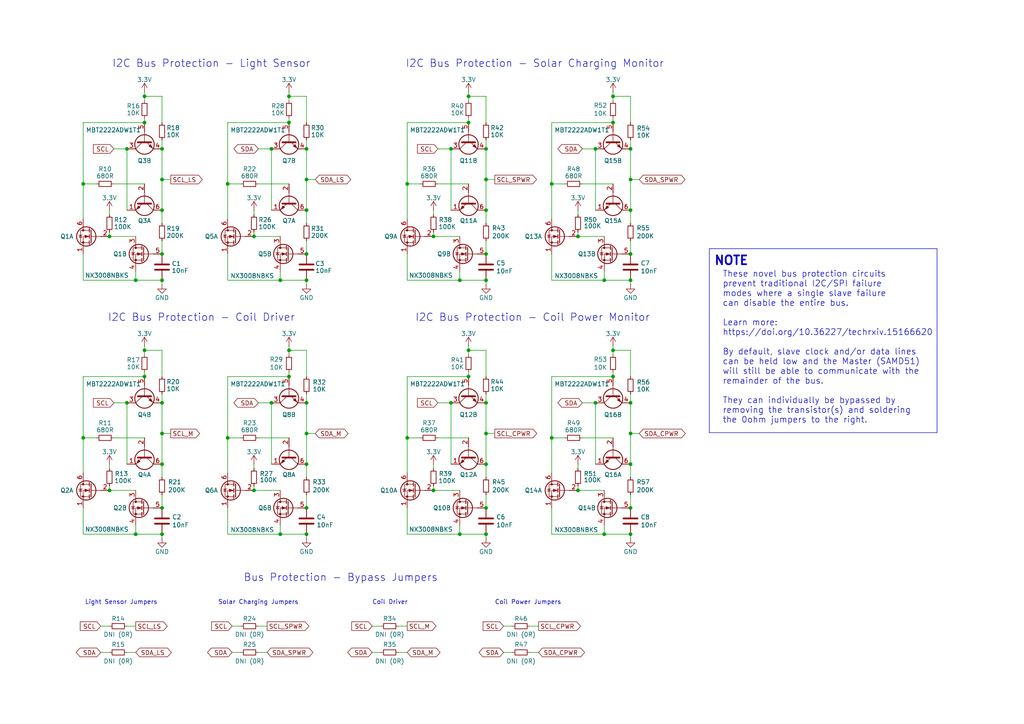
<source format=kicad_sch>
(kicad_sch (version 20231120) (generator "eeschema") (generator_version "8.0")
  (paper "A4")
  (junction (at 66.04 53.34))
  (junction (at 140.97 43.18))
  (junction (at 140.97 116.84))
  (junction (at 46.99 73.66))
  (junction (at 36.83 43.18))
  (junction (at 135.89 109.22))
  (junction (at 135.89 35.56))
  (junction (at 182.88 81.28))
  (junction (at 36.83 116.84))
  (junction (at 160.02 53.34))
  (junction (at 46.99 52.07))
  (junction (at 172.72 43.18))
  (junction (at 41.91 109.22))
  (junction (at 135.89 27.94))
  (junction (at 39.37 154.94))
  (junction (at 88.9 116.84))
  (junction (at 24.13 53.34))
  (junction (at 46.99 116.84))
  (junction (at 83.82 27.94))
  (junction (at 130.81 116.84))
  (junction (at 140.97 147.32))
  (junction (at 177.8 101.6))
  (junction (at 175.26 81.28))
  (junction (at 118.11 53.34))
  (junction (at 83.82 101.6))
  (junction (at 41.91 35.56))
  (junction (at 140.97 60.96))
  (junction (at 24.13 127))
  (junction (at 31.75 142.24))
  (junction (at 73.66 142.24))
  (junction (at 88.9 60.96))
  (junction (at 182.88 116.84))
  (junction (at 160.02 127))
  (junction (at 66.04 127))
  (junction (at 39.37 81.28))
  (junction (at 88.9 147.32))
  (junction (at 88.9 81.28))
  (junction (at 118.11 127))
  (junction (at 177.8 35.56))
  (junction (at 88.9 73.66))
  (junction (at 167.64 68.58))
  (junction (at 182.88 134.62))
  (junction (at 133.35 154.94))
  (junction (at 83.82 35.56))
  (junction (at 78.74 43.18))
  (junction (at 46.99 60.96))
  (junction (at 140.97 134.62))
  (junction (at 172.72 116.84))
  (junction (at 140.97 154.94))
  (junction (at 177.8 109.22))
  (junction (at 41.91 101.6))
  (junction (at 88.9 43.18))
  (junction (at 88.9 125.73))
  (junction (at 81.28 81.28))
  (junction (at 182.88 52.07))
  (junction (at 140.97 125.73))
  (junction (at 182.88 43.18))
  (junction (at 46.99 125.73))
  (junction (at 88.9 52.07))
  (junction (at 140.97 52.07))
  (junction (at 182.88 154.94))
  (junction (at 133.35 81.28))
  (junction (at 130.81 43.18))
  (junction (at 182.88 73.66))
  (junction (at 41.91 27.94))
  (junction (at 31.75 68.58))
  (junction (at 46.99 134.62))
  (junction (at 81.28 154.94))
  (junction (at 88.9 134.62))
  (junction (at 88.9 154.94))
  (junction (at 182.88 125.73))
  (junction (at 140.97 73.66))
  (junction (at 125.73 142.24))
  (junction (at 46.99 43.18))
  (junction (at 175.26 154.94))
  (junction (at 46.99 147.32))
  (junction (at 167.64 142.24))
  (junction (at 177.8 27.94))
  (junction (at 46.99 154.94))
  (junction (at 182.88 147.32))
  (junction (at 135.89 101.6))
  (junction (at 83.82 109.22))
  (junction (at 140.97 81.28))
  (junction (at 78.74 116.84))
  (junction (at 125.73 68.58))
  (junction (at 182.88 60.96))
  (junction (at 73.66 68.58))
  (junction (at 46.99 81.28))
  (wire (pts (xy 49.53 52.07) (xy 46.99 52.07)))
  (wire (pts (xy 160.02 53.34) (xy 163.83 53.34)))
  (wire (pts (xy 125.73 140.97) (xy 125.73 142.24)))
  (wire (pts (xy 153.67 189.23) (xy 156.21 189.23)))
  (wire (pts (xy 24.13 53.34) (xy 27.94 53.34)))
  (wire (pts (xy 182.88 27.94) (xy 177.8 27.94)))
  (wire (pts (xy 135.89 101.6) (xy 135.89 102.87)))
  (wire (pts (xy 39.37 152.4) (xy 39.37 154.94)))
  (wire (pts (xy 140.97 114.3) (xy 140.97 116.84)))
  (wire (pts (xy 118.11 53.34) (xy 118.11 35.56)))
  (wire (pts (xy 39.37 81.28) (xy 46.99 81.28)))
  (wire (pts (xy 91.44 52.07) (xy 88.9 52.07)))
  (wire (pts (xy 182.88 40.64) (xy 182.88 43.18)))
  (wire (pts (xy 115.57 189.23) (xy 118.11 189.23)))
  (wire (pts (xy 135.89 26.67) (xy 135.89 27.94)))
  (wire (pts (xy 88.9 101.6) (xy 88.9 109.22)))
  (wire (pts (xy 146.05 189.23) (xy 148.59 189.23)))
  (wire (pts (xy 74.93 43.18) (xy 78.74 43.18)))
  (wire (pts (xy 185.42 125.73) (xy 182.88 125.73)))
  (wire (pts (xy 24.13 73.66) (xy 24.13 81.28)))
  (wire (pts (xy 24.13 81.28) (xy 39.37 81.28)))
  (wire (pts (xy 78.74 43.18) (xy 78.74 60.96)))
  (wire (pts (xy 74.93 189.23) (xy 77.47 189.23)))
  (wire (pts (xy 118.11 63.5) (xy 118.11 53.34)))
  (wire (pts (xy 133.35 154.94) (xy 140.97 154.94)))
  (wire (pts (xy 177.8 107.95) (xy 177.8 109.22)))
  (wire (pts (xy 81.28 81.28) (xy 88.9 81.28)))
  (wire (pts (xy 135.89 34.29) (xy 135.89 35.56)))
  (wire (pts (xy 127 116.84) (xy 130.81 116.84)))
  (wire (pts (xy 66.04 147.32) (xy 66.04 154.94)))
  (wire (pts (xy 182.88 69.85) (xy 182.88 73.66)))
  (wire (pts (xy 46.99 101.6) (xy 46.99 109.22)))
  (wire (pts (xy 168.91 53.34) (xy 177.8 53.34)))
  (wire (pts (xy 36.83 189.23) (xy 39.37 189.23)))
  (wire (pts (xy 140.97 60.96) (xy 140.97 52.07)))
  (wire (pts (xy 153.67 181.61) (xy 156.21 181.61)))
  (wire (pts (xy 88.9 40.64) (xy 88.9 43.18)))
  (wire (pts (xy 160.02 127) (xy 160.02 109.22)))
  (wire (pts (xy 83.82 34.29) (xy 83.82 35.56)))
  (polyline (pts (xy 271.78 125.476) (xy 271.78 72.136)))
  (wire (pts (xy 36.83 181.61) (xy 39.37 181.61)))
  (wire (pts (xy 73.66 140.97) (xy 73.66 142.24)))
  (wire (pts (xy 83.82 100.33) (xy 83.82 101.6)))
  (wire (pts (xy 182.88 101.6) (xy 182.88 109.22)))
  (wire (pts (xy 140.97 27.94) (xy 135.89 27.94)))
  (wire (pts (xy 140.97 101.6) (xy 140.97 109.22)))
  (wire (pts (xy 66.04 53.34) (xy 69.85 53.34)))
  (wire (pts (xy 146.05 181.61) (xy 148.59 181.61)))
  (wire (pts (xy 66.04 127) (xy 66.04 109.22)))
  (wire (pts (xy 127 43.18) (xy 130.81 43.18)))
  (wire (pts (xy 66.04 35.56) (xy 83.82 35.56)))
  (wire (pts (xy 143.51 125.73) (xy 140.97 125.73)))
  (wire (pts (xy 66.04 73.66) (xy 66.04 81.28)))
  (wire (pts (xy 175.26 154.94) (xy 182.88 154.94)))
  (polyline (pts (xy 205.74 72.136) (xy 205.74 125.476)))
  (wire (pts (xy 125.73 68.58) (xy 133.35 68.58)))
  (wire (pts (xy 118.11 35.56) (xy 135.89 35.56)))
  (wire (pts (xy 177.8 26.67) (xy 177.8 27.94)))
  (wire (pts (xy 167.64 68.58) (xy 175.26 68.58)))
  (wire (pts (xy 167.64 134.62) (xy 167.64 135.89)))
  (wire (pts (xy 24.13 154.94) (xy 39.37 154.94)))
  (wire (pts (xy 88.9 101.6) (xy 83.82 101.6)))
  (wire (pts (xy 127 127) (xy 135.89 127)))
  (wire (pts (xy 39.37 154.94) (xy 46.99 154.94)))
  (wire (pts (xy 73.66 134.62) (xy 73.66 135.89)))
  (wire (pts (xy 46.99 69.85) (xy 46.99 73.66)))
  (wire (pts (xy 24.13 137.16) (xy 24.13 127)))
  (wire (pts (xy 172.72 116.84) (xy 172.72 134.62)))
  (wire (pts (xy 140.97 69.85) (xy 140.97 73.66)))
  (polyline (pts (xy 271.78 72.136) (xy 205.74 72.136)))
  (wire (pts (xy 78.74 116.84) (xy 78.74 134.62)))
  (wire (pts (xy 67.31 189.23) (xy 69.85 189.23)))
  (wire (pts (xy 107.95 181.61) (xy 110.49 181.61)))
  (wire (pts (xy 74.93 116.84) (xy 78.74 116.84)))
  (wire (pts (xy 29.21 181.61) (xy 31.75 181.61)))
  (wire (pts (xy 46.99 134.62) (xy 46.99 125.73)))
  (wire (pts (xy 118.11 81.28) (xy 133.35 81.28)))
  (wire (pts (xy 140.97 143.51) (xy 140.97 147.32)))
  (wire (pts (xy 167.64 60.96) (xy 167.64 62.23)))
  (wire (pts (xy 41.91 27.94) (xy 41.91 29.21)))
  (wire (pts (xy 140.97 101.6) (xy 135.89 101.6)))
  (wire (pts (xy 67.31 181.61) (xy 69.85 181.61)))
  (wire (pts (xy 140.97 52.07) (xy 140.97 43.18)))
  (wire (pts (xy 66.04 127) (xy 69.85 127)))
  (wire (pts (xy 133.35 152.4) (xy 133.35 154.94)))
  (wire (pts (xy 118.11 73.66) (xy 118.11 81.28)))
  (wire (pts (xy 185.42 52.07) (xy 182.88 52.07)))
  (wire (pts (xy 66.04 53.34) (xy 66.04 35.56)))
  (wire (pts (xy 140.97 60.96) (xy 140.97 64.77)))
  (wire (pts (xy 31.75 68.58) (xy 39.37 68.58)))
  (wire (pts (xy 140.97 134.62) (xy 140.97 125.73)))
  (wire (pts (xy 182.88 101.6) (xy 177.8 101.6)))
  (wire (pts (xy 172.72 43.18) (xy 172.72 60.96)))
  (wire (pts (xy 88.9 82.55) (xy 88.9 81.28)))
  (wire (pts (xy 73.66 60.96) (xy 73.66 62.23)))
  (wire (pts (xy 140.97 27.94) (xy 140.97 35.56)))
  (wire (pts (xy 46.99 114.3) (xy 46.99 116.84)))
  (wire (pts (xy 74.93 127) (xy 83.82 127)))
  (wire (pts (xy 83.82 27.94) (xy 83.82 29.21)))
  (wire (pts (xy 160.02 127) (xy 163.83 127)))
  (wire (pts (xy 24.13 63.5) (xy 24.13 53.34)))
  (wire (pts (xy 41.91 26.67) (xy 41.91 27.94)))
  (wire (pts (xy 182.88 114.3) (xy 182.88 116.84)))
  (wire (pts (xy 133.35 81.28) (xy 140.97 81.28)))
  (wire (pts (xy 125.73 60.96) (xy 125.73 62.23)))
  (wire (pts (xy 125.73 67.31) (xy 125.73 68.58)))
  (wire (pts (xy 24.13 127) (xy 27.94 127)))
  (wire (pts (xy 66.04 109.22) (xy 83.82 109.22)))
  (wire (pts (xy 167.64 142.24) (xy 175.26 142.24)))
  (wire (pts (xy 46.99 143.51) (xy 46.99 147.32)))
  (wire (pts (xy 168.91 116.84) (xy 172.72 116.84)))
  (wire (pts (xy 46.99 52.07) (xy 46.99 43.18)))
  (wire (pts (xy 41.91 101.6) (xy 41.91 102.87)))
  (wire (pts (xy 140.97 134.62) (xy 140.97 138.43)))
  (wire (pts (xy 73.66 68.58) (xy 81.28 68.58)))
  (wire (pts (xy 24.13 53.34) (xy 24.13 35.56)))
  (wire (pts (xy 81.28 154.94) (xy 88.9 154.94)))
  (wire (pts (xy 182.88 156.21) (xy 182.88 154.94)))
  (wire (pts (xy 31.75 67.31) (xy 31.75 68.58)))
  (wire (pts (xy 24.13 109.22) (xy 41.91 109.22)))
  (wire (pts (xy 135.89 107.95) (xy 135.89 109.22)))
  (wire (pts (xy 31.75 134.62) (xy 31.75 135.89)))
  (wire (pts (xy 115.57 181.61) (xy 118.11 181.61)))
  (wire (pts (xy 125.73 142.24) (xy 133.35 142.24)))
  (wire (pts (xy 160.02 35.56) (xy 177.8 35.56)))
  (wire (pts (xy 182.88 27.94) (xy 182.88 35.56)))
  (wire (pts (xy 88.9 134.62) (xy 88.9 125.73)))
  (wire (pts (xy 182.88 82.55) (xy 182.88 81.28)))
  (wire (pts (xy 88.9 27.94) (xy 88.9 35.56)))
  (wire (pts (xy 49.53 125.73) (xy 46.99 125.73)))
  (wire (pts (xy 140.97 82.55) (xy 140.97 81.28)))
  (wire (pts (xy 160.02 137.16) (xy 160.02 127)))
  (wire (pts (xy 33.02 43.18) (xy 36.83 43.18)))
  (wire (pts (xy 46.99 60.96) (xy 46.99 64.77)))
  (wire (pts (xy 88.9 60.96) (xy 88.9 52.07)))
  (wire (pts (xy 88.9 156.21) (xy 88.9 154.94)))
  (wire (pts (xy 39.37 78.74) (xy 39.37 81.28)))
  (wire (pts (xy 160.02 81.28) (xy 175.26 81.28)))
  (wire (pts (xy 24.13 147.32) (xy 24.13 154.94)))
  (wire (pts (xy 46.99 40.64) (xy 46.99 43.18)))
  (wire (pts (xy 41.91 100.33) (xy 41.91 101.6)))
  (wire (pts (xy 140.97 125.73) (xy 140.97 116.84)))
  (wire (pts (xy 66.04 137.16) (xy 66.04 127)))
  (wire (pts (xy 127 53.34) (xy 135.89 53.34)))
  (wire (pts (xy 24.13 127) (xy 24.13 109.22)))
  (wire (pts (xy 81.28 78.74) (xy 81.28 81.28)))
  (wire (pts (xy 29.21 189.23) (xy 31.75 189.23)))
  (wire (pts (xy 41.91 107.95) (xy 41.91 109.22)))
  (wire (pts (xy 167.64 67.31) (xy 167.64 68.58)))
  (wire (pts (xy 177.8 101.6) (xy 177.8 102.87)))
  (wire (pts (xy 46.99 125.73) (xy 46.99 116.84)))
  (wire (pts (xy 182.88 125.73) (xy 182.88 116.84)))
  (wire (pts (xy 73.66 67.31) (xy 73.66 68.58)))
  (wire (pts (xy 46.99 27.94) (xy 46.99 35.56)))
  (wire (pts (xy 31.75 142.24) (xy 39.37 142.24)))
  (wire (pts (xy 140.97 156.21) (xy 140.97 154.94)))
  (wire (pts (xy 118.11 137.16) (xy 118.11 127)))
  (wire (pts (xy 73.66 142.24) (xy 81.28 142.24)))
  (wire (pts (xy 177.8 34.29) (xy 177.8 35.56)))
  (wire (pts (xy 118.11 109.22) (xy 135.89 109.22)))
  (wire (pts (xy 168.91 43.18) (xy 172.72 43.18)))
  (wire (pts (xy 118.11 147.32) (xy 118.11 154.94)))
  (wire (pts (xy 135.89 27.94) (xy 135.89 29.21)))
  (wire (pts (xy 118.11 154.94) (xy 133.35 154.94)))
  (wire (pts (xy 160.02 73.66) (xy 160.02 81.28)))
  (wire (pts (xy 160.02 63.5) (xy 160.02 53.34)))
  (wire (pts (xy 182.88 60.96) (xy 182.88 52.07)))
  (wire (pts (xy 160.02 53.34) (xy 160.02 35.56)))
  (wire (pts (xy 46.99 101.6) (xy 41.91 101.6)))
  (wire (pts (xy 88.9 114.3) (xy 88.9 116.84)))
  (wire (pts (xy 135.89 100.33) (xy 135.89 101.6)))
  (wire (pts (xy 46.99 156.21) (xy 46.99 154.94)))
  (wire (pts (xy 160.02 154.94) (xy 175.26 154.94)))
  (wire (pts (xy 46.99 82.55) (xy 46.99 81.28)))
  (wire (pts (xy 118.11 127) (xy 121.92 127)))
  (wire (pts (xy 175.26 152.4) (xy 175.26 154.94)))
  (wire (pts (xy 88.9 134.62) (xy 88.9 138.43)))
  (wire (pts (xy 107.95 189.23) (xy 110.49 189.23)))
  (wire (pts (xy 46.99 27.94) (xy 41.91 27.94)))
  (wire (pts (xy 33.02 127) (xy 41.91 127)))
  (wire (pts (xy 83.82 107.95) (xy 83.82 109.22)))
  (wire (pts (xy 83.82 26.67) (xy 83.82 27.94)))
  (wire (pts (xy 24.13 35.56) (xy 41.91 35.56)))
  (wire (pts (xy 168.91 127) (xy 177.8 127)))
  (wire (pts (xy 33.02 116.84) (xy 36.83 116.84)))
  (wire (pts (xy 177.8 100.33) (xy 177.8 101.6)))
  (wire (pts (xy 88.9 52.07) (xy 88.9 43.18)))
  (wire (pts (xy 182.88 134.62) (xy 182.88 138.43)))
  (wire (pts (xy 46.99 60.96) (xy 46.99 52.07)))
  (wire (pts (xy 33.02 53.34) (xy 41.91 53.34)))
  (wire (pts (xy 125.73 134.62) (xy 125.73 135.89)))
  (wire (pts (xy 66.04 81.28) (xy 81.28 81.28)))
  (wire (pts (xy 83.82 101.6) (xy 83.82 102.87)))
  (wire (pts (xy 175.26 78.74) (xy 175.26 81.28)))
  (wire (pts (xy 182.88 52.07) (xy 182.88 43.18)))
  (wire (pts (xy 167.64 140.97) (xy 167.64 142.24)))
  (wire (pts (xy 88.9 125.73) (xy 88.9 116.84)))
  (wire (pts (xy 118.11 53.34) (xy 121.92 53.34)))
  (wire (pts (xy 182.88 60.96) (xy 182.88 64.77)))
  (wire (pts (xy 66.04 154.94) (xy 81.28 154.94)))
  (wire (pts (xy 160.02 147.32) (xy 160.02 154.94)))
  (wire (pts (xy 31.75 60.96) (xy 31.75 62.23)))
  (wire (pts (xy 46.99 134.62) (xy 46.99 138.43)))
  (wire (pts (xy 130.81 116.84) (xy 130.81 134.62)))
  (wire (pts (xy 91.44 125.73) (xy 88.9 125.73)))
  (wire (pts (xy 143.51 52.07) (xy 140.97 52.07)))
  (wire (pts (xy 41.91 34.29) (xy 41.91 35.56)))
  (wire (pts (xy 74.93 181.61) (xy 77.47 181.61)))
  (wire (pts (xy 74.93 53.34) (xy 83.82 53.34)))
  (wire (pts (xy 133.35 78.74) (xy 133.35 81.28)))
  (wire (pts (xy 130.81 43.18) (xy 130.81 60.96)))
  (wire (pts (xy 175.26 81.28) (xy 182.88 81.28)))
  (wire (pts (xy 140.97 40.64) (xy 140.97 43.18)))
  (wire (pts (xy 36.83 43.18) (xy 36.83 60.96)))
  (wire (pts (xy 31.75 140.97) (xy 31.75 142.24)))
  (wire (pts (xy 88.9 69.85) (xy 88.9 73.66)))
  (wire (pts (xy 177.8 27.94) (xy 177.8 29.21)))
  (wire (pts (xy 66.04 63.5) (xy 66.04 53.34)))
  (wire (pts (xy 88.9 143.51) (xy 88.9 147.32)))
  (wire (pts (xy 182.88 134.62) (xy 182.88 125.73)))
  (wire (pts (xy 81.28 152.4) (xy 81.28 154.94)))
  (wire (pts (xy 160.02 109.22) (xy 177.8 109.22)))
  (polyline (pts (xy 205.74 125.476) (xy 271.78 125.476)))
  (wire (pts (xy 182.88 143.51) (xy 182.88 147.32)))
  (wire (pts (xy 88.9 27.94) (xy 83.82 27.94)))
  (wire (pts (xy 36.83 116.84) (xy 36.83 134.62)))
  (wire (pts (xy 88.9 60.96) (xy 88.9 64.77)))
  (wire (pts (xy 118.11 127) (xy 118.11 109.22)))
  (text "I2C Bus Protection - Coil Driver" (at 31.242 93.472 0) (effects (font (size 2.159 2.159)) (justify left bottom)))
  (text "Bus Protection - Bypass Jumpers" (at 70.612 168.91 0) (effects (font (size 2.159 2.159)) (justify left bottom)))
  (text "These novel bus protection circuits\nprevent traditional I2C/SPI failure \nmodes where a single slave failure\ncan disable the entire bus.\n\nLearn more: \nhttps://doi.org/10.36227/techrxiv.15166620\n\nBy default, slave clock and/or data lines \ncan be held low and the Master (SAMD51) \nwill still be able to communicate with the \nremainder of the bus.\n\nThey can individually be bypassed by \nremoving the transistor(s) and soldering\nthe 0ohm jumpers to the right." (at 209.55 122.936 0) (effects (font (size 1.7526 1.7526)) (justify left bottom)))
  (text "Coil Driver" (at 107.95 175.514 0) (effects (font (size 1.27 1.27)) (justify left bottom)))
  (text "Solar Charging Jumpers" (at 63.246 175.514 0) (effects (font (size 1.27 1.27)) (justify left bottom)))
  (text "Coil Power Jumpers" (at 143.51 175.514 0) (effects (font (size 1.27 1.27)) (justify left bottom)))
  (text "I2C Bus Protection - Coil Power Monitor" (at 120.396 93.472 0) (effects (font (size 2.159 2.159)) (justify left bottom)))
  (text "I2C Bus Protection - Light Sensor" (at 32.512 19.812 0) (effects (font (size 2.159 2.159)) (justify left bottom)))
  (text "NOTE" (at 207.01 77.216 0) (effects (font (size 2.54 2.54) (thickness 0.508) (bold yes)) (justify left bottom)))
  (text "I2C Bus Protection - Solar Charging Monitor" (at 117.602 19.812 0) (effects (font (size 2.159 2.159)) (justify left bottom)))
  (text "Light Sensor Jumpers" (at 24.638 175.514 0) (effects (font (size 1.27 1.27)) (justify left bottom)))
  (global_label "SDA" (shape bidirectional) (at 74.93 43.18 180) (property "Intersheetrefs" "${INTERSHEET_REFS}" (effects (hide yes))))
  (global_label "SCL_SPWR" (shape output) (at 143.51 52.07 0) (property "Intersheetrefs" "${INTERSHEET_REFS}" (effects (hide yes))))
  (global_label "SDA_LS" (shape bidirectional) (at 91.44 52.07 0) (property "Intersheetrefs" "${INTERSHEET_REFS}" (effects (hide yes))))
  (global_label "SCL" (shape input) (at 146.05 181.61 180) (property "Intersheetrefs" "${INTERSHEET_REFS}" (effects (hide yes))))
  (global_label "SCL" (shape input) (at 127 116.84 180) (property "Intersheetrefs" "${INTERSHEET_REFS}" (effects (hide yes))))
  (global_label "SCL" (shape input) (at 67.31 181.61 180) (property "Intersheetrefs" "${INTERSHEET_REFS}" (effects (hide yes))))
  (global_label "SCL_M" (shape output) (at 118.11 181.61 0) (property "Intersheetrefs" "${INTERSHEET_REFS}" (effects (hide yes))))
  (global_label "SDA_CPWR" (shape bidirectional) (at 156.21 189.23 0) (property "Intersheetrefs" "${INTERSHEET_REFS}" (effects (hide yes))))
  (global_label "SCL_CPWR" (shape output) (at 156.21 181.61 0) (property "Intersheetrefs" "${INTERSHEET_REFS}" (effects (hide yes))))
  (global_label "SCL" (shape input) (at 29.21 181.61 180) (property "Intersheetrefs" "${INTERSHEET_REFS}" (effects (hide yes))))
  (global_label "SDA" (shape bidirectional) (at 67.31 189.23 180) (property "Intersheetrefs" "${INTERSHEET_REFS}" (effects (hide yes))))
  (global_label "SDA" (shape bidirectional) (at 74.93 116.84 180) (property "Intersheetrefs" "${INTERSHEET_REFS}" (effects (hide yes))))
  (global_label "SDA" (shape bidirectional) (at 168.91 116.84 180) (property "Intersheetrefs" "${INTERSHEET_REFS}" (effects (hide yes))))
  (global_label "SCL_CPWR" (shape output) (at 143.51 125.73 0) (property "Intersheetrefs" "${INTERSHEET_REFS}" (effects (hide yes))))
  (global_label "SCL_M" (shape output) (at 49.53 125.73 0) (property "Intersheetrefs" "${INTERSHEET_REFS}" (effects (hide yes))))
  (global_label "SDA" (shape bidirectional) (at 107.95 189.23 180) (property "Intersheetrefs" "${INTERSHEET_REFS}" (effects (hide yes))))
  (global_label "SCL" (shape input) (at 33.02 116.84 180) (property "Intersheetrefs" "${INTERSHEET_REFS}" (effects (hide yes))))
  (global_label "SDA_M" (shape bidirectional) (at 91.44 125.73 0) (property "Intersheetrefs" "${INTERSHEET_REFS}" (effects (hide yes))))
  (global_label "SCL_LS" (shape output) (at 49.53 52.07 0) (property "Intersheetrefs" "${INTERSHEET_REFS}" (effects (hide yes))))
  (global_label "SDA" (shape bidirectional) (at 168.91 43.18 180) (property "Intersheetrefs" "${INTERSHEET_REFS}" (effects (hide yes))))
  (global_label "SDA_CPWR" (shape bidirectional) (at 185.42 125.73 0) (property "Intersheetrefs" "${INTERSHEET_REFS}" (effects (hide yes))))
  (global_label "SCL_SPWR" (shape output) (at 77.47 181.61 0) (property "Intersheetrefs" "${INTERSHEET_REFS}" (effects (hide yes))))
  (global_label "SDA_LS" (shape bidirectional) (at 39.37 189.23 0) (property "Intersheetrefs" "${INTERSHEET_REFS}" (effects (hide yes))))
  (global_label "SDA_SPWR" (shape bidirectional) (at 185.42 52.07 0) (property "Intersheetrefs" "${INTERSHEET_REFS}" (effects (hide yes))))
  (global_label "SCL_LS" (shape output) (at 39.37 181.61 0) (property "Intersheetrefs" "${INTERSHEET_REFS}" (effects (hide yes))))
  (global_label "SCL" (shape input) (at 127 43.18 180) (property "Intersheetrefs" "${INTERSHEET_REFS}" (effects (hide yes))))
  (global_label "SCL" (shape input) (at 107.95 181.61 180) (property "Intersheetrefs" "${INTERSHEET_REFS}" (effects (hide yes))))
  (global_label "SDA" (shape bidirectional) (at 29.21 189.23 180) (property "Intersheetrefs" "${INTERSHEET_REFS}" (effects (hide yes))))
  (global_label "SCL" (shape input) (at 33.02 43.18 180) (property "Intersheetrefs" "${INTERSHEET_REFS}" (effects (hide yes))))
  (global_label "SDA" (shape bidirectional) (at 146.05 189.23 180) (property "Intersheetrefs" "${INTERSHEET_REFS}" (effects (hide yes))))
  (global_label "SDA_M" (shape bidirectional) (at 118.11 189.23 0) (property "Intersheetrefs" "${INTERSHEET_REFS}" (effects (hide yes))))
  (global_label "SDA_SPWR" (shape bidirectional) (at 77.47 189.23 0) (property "Intersheetrefs" "${INTERSHEET_REFS}" (effects (hide yes))))
  (symbol (lib_id "Transistor_BJT:MBT2222ADW1T1") (at 83.82 58.42 270) (unit 1)
    (property "Reference" "Q7" (at 83.82 64.008 90))
    (property "Value" "MBT2222ADW1T1" (effects (hide yes)))
    (property "Footprint" "Package_TO_SOT_SMD:SOT-363_SC-70-6" (effects (hide yes)))
    (property "Datasheet" "http://www.onsemi.com/pub_link/Collateral/MBT2222ADW1T1-D.PDF" (effects (hide yes)))
    (property "Description" "Dual NPN BJT - 2NPN" (effects (hide yes)))
    (property "Flight" "MBT2222ADW1T1G" (effects (hide yes)))
    (property "Manufacturer_Name" "ON Semiconductor" (effects (hide yes)))
    (property "Manufacturer_Part_Number" "MBT2222ADW1T1G" (effects (hide yes)))
    (property "Proto" "MBT2222ADW1T1G" (effects (hide yes)))
  )
  (symbol (lib_id "mainboard:NX3008NBKS") (at 67.31 68.58 0) (mirror y) (unit 1)
    (property "Reference" "Q5" (at 63.246 68.58 0) (effects (justify left)))
    (property "Value" "NX3008NBKS" (at 79.502 80.01 0) (effects (justify left)))
    (property "Footprint" "Package_TO_SOT_SMD:SOT-363_SC-70-6" (effects (hide yes)))
    (property "Datasheet" "https://assets.nexperia.com/documents/data-sheet/NX3008NBKS.pdf" (effects (hide yes)))
    (property "Description" "Dual N-Channel MOSFET - 2NMOS" (effects (hide yes)))
    (property "Manufacturer_Name" "Nexperia USA Inc." (effects (hide yes)))
    (property "Manufacturer_Part_Number" "NX3008NBKS" (effects (hide yes)))
  )
  (symbol (lib_id "Device:R_Small") (at 88.9 140.97 0) (unit 1)
    (property "Reference" "R33" (at 90.6272 139.8016 0) (effects (justify left)))
    (property "Value" "200K" (at 90.6272 142.113 0) (effects (justify left)))
    (property "Footprint" "Resistor_SMD:R_0603_1608Metric" (effects (hide yes)))
    (property "Description" "Resistor, small symbol" (effects (hide yes)))
  )
  (symbol (lib_id "power:GND") (at 88.9 82.55 0) (unit 1)
    (property "Reference" "#PWR09" (effects (hide yes)))
    (property "Value" "GND" (at 88.9 86.36 0))
  )
  (symbol (lib_id "mainboard:NX3008NBKS") (at 134.62 73.66 0) (mirror y) (unit 2)
    (property "Reference" "Q9" (at 130.81 73.66 0) (effects (justify left)))
    (property "Value" "NX3008NBKS" (effects (hide yes)))
    (property "Footprint" "Package_TO_SOT_SMD:SOT-363_SC-70-6" (effects (hide yes)))
    (property "Datasheet" "https://assets.nexperia.com/documents/data-sheet/NX3008NBKS.pdf" (effects (hide yes)))
    (property "Description" "Dual N-Channel MOSFET - 2NMOS" (effects (hide yes)))
    (property "Manufacturer_Name" "Nexperia USA Inc." (effects (hide yes)))
    (property "Manufacturer_Part_Number" "NX3008NBKS" (effects (hide yes)))
  )
  (symbol (lib_id "Device:R_Small") (at 46.99 67.31 0) (unit 1)
    (property "Reference" "R19" (at 48.26 66.294 0) (effects (justify left)))
    (property "Value" "200K" (at 48.26 68.326 0) (effects (justify left)))
    (property "Footprint" "Resistor_SMD:R_0603_1608Metric" (effects (hide yes)))
    (property "Description" "Resistor, small symbol" (effects (hide yes)))
  )
  (symbol (lib_id "mainboard:NX3008NBKS") (at 25.4 142.24 0) (mirror y) (unit 1)
    (property "Reference" "Q2" (at 21.336 142.24 0) (effects (justify left)))
    (property "Value" "NX3008NBKS" (at 37.338 153.543 0) (effects (justify left)))
    (property "Footprint" "Package_TO_SOT_SMD:SOT-363_SC-70-6" (effects (hide yes)))
    (property "Datasheet" "https://assets.nexperia.com/documents/data-sheet/NX3008NBKS.pdf" (effects (hide yes)))
    (property "Description" "Dual N-Channel MOSFET - 2NMOS" (effects (hide yes)))
    (property "Manufacturer_Name" "Nexperia USA Inc." (effects (hide yes)))
    (property "Manufacturer_Part_Number" "NX3008NBKS" (effects (hide yes)))
  )
  (symbol (lib_id "Transistor_BJT:MBT2222ADW1T1") (at 135.89 132.08 270) (unit 1)
    (property "Reference" "Q12" (at 135.89 137.668 90))
    (property "Value" "MBT2222ADW1T1" (effects (hide yes)))
    (property "Footprint" "Package_TO_SOT_SMD:SOT-363_SC-70-6" (effects (hide yes)))
    (property "Datasheet" "http://www.onsemi.com/pub_link/Collateral/MBT2222ADW1T1-D.PDF" (effects (hide yes)))
    (property "Description" "Dual NPN BJT - 2NPN" (effects (hide yes)))
    (property "Flight" "MBT2222ADW1T1G" (effects (hide yes)))
    (property "Manufacturer_Name" "ON Semiconductor" (effects (hide yes)))
    (property "Manufacturer_Part_Number" "MBT2222ADW1T1G" (effects (hide yes)))
    (property "Proto" "MBT2222ADW1T1G" (effects (hide yes)))
  )
  (symbol (lib_id "power:GND") (at 140.97 156.21 0) (unit 1)
    (property "Reference" "#PWR012" (effects (hide yes)))
    (property "Value" "GND" (at 140.97 160.02 0))
  )
  (symbol (lib_id "Device:R_Small") (at 83.82 31.75 0) (unit 1)
    (property "Reference" "R28" (at 82.55 30.734 0) (effects (justify right)))
    (property "Value" "10K" (at 82.55 32.766 0) (effects (justify right)))
    (property "Footprint" "Resistor_SMD:R_0603_1608Metric" (effects (hide yes)))
    (property "Description" "Resistor, small symbol" (effects (hide yes)))
  )
  (symbol (lib_id "Device:R_Small") (at 135.89 31.75 0) (unit 1)
    (property "Reference" "R40" (at 134.62 30.734 0) (effects (justify right)))
    (property "Value" "10K" (at 134.62 32.766 0) (effects (justify right)))
    (property "Footprint" "Resistor_SMD:R_0603_1608Metric" (effects (hide yes)))
    (property "Description" "Resistor, small symbol" (effects (hide yes)))
  )
  (symbol (lib_id "Device:R_Small") (at 73.66 138.43 0) (unit 1)
    (property "Reference" "R27" (at 75.311 137.414 0) (effects (justify left)))
    (property "Value" "100K" (at 75.311 139.192 0) (effects (justify left)))
    (property "Footprint" "Resistor_SMD:R_0603_1608Metric" (effects (hide yes)))
    (property "Description" "Resistor, small symbol" (effects (hide yes)))
  )
  (symbol (lib_id "Device:R_Small") (at 177.8 105.41 0) (unit 1)
    (property "Reference" "R53" (at 176.0982 104.2416 0) (effects (justify right)))
    (property "Value" "10K" (at 176.0982 106.553 0) (effects (justify right)))
    (property "Footprint" "Resistor_SMD:R_0603_1608Metric" (effects (hide yes)))
    (property "Description" "Resistor, small symbol" (effects (hide yes)))
  )
  (symbol (lib_id "Device:R_Small") (at 125.73 64.77 0) (unit 1)
    (property "Reference" "R38" (at 127.254 63.754 0) (effects (justify left)))
    (property "Value" "100K" (at 127.127 65.786 0) (effects (justify left)))
    (property "Footprint" "Resistor_SMD:R_0603_1608Metric" (effects (hide yes)))
    (property "Description" "Resistor, small symbol" (effects (hide yes)))
  )
  (symbol (lib_id "Device:R_Small") (at 182.88 111.76 0) (unit 1)
    (property "Reference" "R56" (at 184.658 110.871 0) (effects (justify left)))
    (property "Value" "10K" (at 184.658 112.903 0) (effects (justify left)))
    (property "Footprint" "Resistor_SMD:R_0603_1608Metric" (effects (hide yes)))
    (property "Description" "Resistor, small symbol" (effects (hide yes)))
  )
  (symbol (lib_id "mainboard:NX3008NBKS") (at 67.31 142.24 0) (mirror y) (unit 1)
    (property "Reference" "Q6" (at 63.246 142.24 0) (effects (justify left)))
    (property "Value" "NX3008NBKS" (at 79.502 153.67 0) (effects (justify left)))
    (property "Footprint" "Package_TO_SOT_SMD:SOT-363_SC-70-6" (effects (hide yes)))
    (property "Datasheet" "https://assets.nexperia.com/documents/data-sheet/NX3008NBKS.pdf" (effects (hide yes)))
    (property "Description" "Dual N-Channel MOSFET - 2NMOS" (effects (hide yes)))
    (property "Manufacturer_Name" "Nexperia USA Inc." (effects (hide yes)))
    (property "Manufacturer_Part_Number" "NX3008NBKS" (effects (hide yes)))
  )
  (symbol (lib_id "power:+3.3V") (at 135.89 100.33 0) (unit 1)
    (property "Reference" "#SUPPLY013" (effects (hide yes)))
    (property "Value" "3.3V" (at 135.89 96.774 0))
    (property "Description" "Power symbol creates a global label with name \"+3.3V\"" (effects (hide yes)))
  )
  (symbol (lib_id "Transistor_BJT:MBT2222ADW1T1") (at 41.91 58.42 270) (unit 1)
    (property "Reference" "Q3" (at 41.91 64.008 90))
    (property "Value" "MBT2222ADW1T1" (effects (hide yes)))
    (property "Footprint" "Package_TO_SOT_SMD:SOT-363_SC-70-6" (effects (hide yes)))
    (property "Datasheet" "http://www.onsemi.com/pub_link/Collateral/MBT2222ADW1T1-D.PDF" (effects (hide yes)))
    (property "Description" "Dual NPN BJT - 2NPN" (effects (hide yes)))
    (property "Flight" "MBT2222ADW1T1G" (effects (hide yes)))
    (property "Manufacturer_Name" "ON Semiconductor" (effects (hide yes)))
    (property "Manufacturer_Part_Number" "MBT2222ADW1T1G" (effects (hide yes)))
    (property "Proto" "MBT2222ADW1T1G" (effects (hide yes)))
  )
  (symbol (lib_id "power:+3.3V") (at 31.75 60.96 0) (unit 1)
    (property "Reference" "#SUPPLY02" (effects (hide yes)))
    (property "Value" "3.3V" (at 31.75 57.404 0))
    (property "Description" "Power symbol creates a global label with name \"+3.3V\"" (effects (hide yes)))
  )
  (symbol (lib_id "power:+3.3V") (at 125.73 134.62 0) (unit 1)
    (property "Reference" "#SUPPLY011" (effects (hide yes)))
    (property "Value" "3.3V" (at 125.73 131.064 0))
    (property "Description" "Power symbol creates a global label with name \"+3.3V\"" (effects (hide yes)))
  )
  (symbol (lib_id "power:+3.3V") (at 167.64 134.62 0) (unit 1)
    (property "Reference" "#SUPPLY015" (effects (hide yes)))
    (property "Value" "3.3V" (at 167.64 131.064 0))
    (property "Description" "Power symbol creates a global label with name \"+3.3V\"" (effects (hide yes)))
  )
  (symbol (lib_id "Transistor_BJT:MBT2222ADW1T1") (at 41.91 114.3 90) (mirror x) (unit 2)
    (property "Reference" "Q4" (at 41.91 120.269 90))
    (property "Value" "MBT2222ADW1T1" (at 32.893 111.379 90))
    (property "Footprint" "Package_TO_SOT_SMD:SOT-363_SC-70-6" (effects (hide yes)))
    (property "Datasheet" "http://www.onsemi.com/pub_link/Collateral/MBT2222ADW1T1-D.PDF" (effects (hide yes)))
    (property "Description" "Dual NPN BJT - 2NPN" (effects (hide yes)))
    (property "Flight" "MBT2222ADW1T1G" (effects (hide yes)))
    (property "Manufacturer_Name" "ON Semiconductor" (effects (hide yes)))
    (property "Manufacturer_Part_Number" "MBT2222ADW1T1G" (effects (hide yes)))
    (property "Proto" "MBT2222ADW1T1G" (effects (hide yes)))
  )
  (symbol (lib_id "power:GND") (at 182.88 82.55 0) (unit 1)
    (property "Reference" "#PWR013" (effects (hide yes)))
    (property "Value" "GND" (at 182.88 86.36 0))
  )
  (symbol (lib_id "Transistor_BJT:MBT2222ADW1T1") (at 177.8 40.64 90) (mirror x) (unit 2)
    (property "Reference" "Q15" (at 177.8 46.609 90))
    (property "Value" "MBT2222ADW1T1" (at 168.783 37.719 90))
    (property "Footprint" "Package_TO_SOT_SMD:SOT-363_SC-70-6" (effects (hide yes)))
    (property "Datasheet" "http://www.onsemi.com/pub_link/Collateral/MBT2222ADW1T1-D.PDF" (effects (hide yes)))
    (property "Description" "Dual NPN BJT - 2NPN" (effects (hide yes)))
    (property "Flight" "MBT2222ADW1T1G" (effects (hide yes)))
    (property "Manufacturer_Name" "ON Semiconductor" (effects (hide yes)))
    (property "Manufacturer_Part_Number" "MBT2222ADW1T1G" (effects (hide yes)))
    (property "Proto" "MBT2222ADW1T1G" (effects (hide yes)))
  )
  (symbol (lib_id "Device:R_Small") (at 41.91 105.41 0) (unit 1)
    (property "Reference" "R17" (at 40.64 104.394 0) (effects (justify right)))
    (property "Value" "10K" (at 40.64 106.426 0) (effects (justify right)))
    (property "Footprint" "Resistor_SMD:R_0603_1608Metric" (effects (hide yes)))
    (property "Description" "Resistor, small symbol" (effects (hide yes)))
  )
  (symbol (lib_id "mainboard:NX3008NBKS") (at 82.55 147.32 0) (mirror y) (unit 2)
    (property "Reference" "Q6" (at 78.867 147.32 0) (effects (justify left)))
    (property "Value" "NX3008NBKS" (effects (hide yes)))
    (property "Footprint" "Package_TO_SOT_SMD:SOT-363_SC-70-6" (effects (hide yes)))
    (property "Datasheet" "https://assets.nexperia.com/documents/data-sheet/NX3008NBKS.pdf" (effects (hide yes)))
    (property "Description" "Dual N-Channel MOSFET - 2NMOS" (effects (hide yes)))
    (property "Manufacturer_Name" "Nexperia USA Inc." (effects (hide yes)))
    (property "Manufacturer_Part_Number" "NX3008NBKS" (effects (hide yes)))
  )
  (symbol (lib_id "Device:R_Small") (at 151.13 189.23 270) (unit 1)
    (property "Reference" "R47" (at 151.13 186.944 90))
    (property "Value" "DNI (0R)" (at 151.13 191.77 90))
    (property "Footprint" "Resistor_SMD:R_0603_1608Metric" (effects (hide yes)))
    (property "Description" "Resistor, small symbol" (effects (hide yes)))
    (property "DNI" "DNI" (effects (hide yes)))
  )
  (symbol (lib_id "power:GND") (at 182.88 156.21 0) (unit 1)
    (property "Reference" "#PWR014" (effects (hide yes)))
    (property "Value" "GND" (at 182.88 160.02 0))
  )
  (symbol (lib_id "Device:C") (at 88.9 151.13 0) (unit 1)
    (property "Reference" "C4" (at 91.821 149.987 0) (effects (justify left)))
    (property "Value" "10nF" (at 91.821 152.273 0) (effects (justify left)))
    (property "Footprint" "Capacitor_SMD:C_0603_1608Metric" (effects (hide yes)))
    (property "Description" "10nF +-10% 50V X7R" (effects (hide yes)))
  )
  (symbol (lib_id "mainboard:NX3008NBKS") (at 25.4 68.58 0) (mirror y) (unit 1)
    (property "Reference" "Q1" (at 21.336 68.58 0) (effects (justify left)))
    (property "Value" "NX3008NBKS" (at 37.338 79.883 0) (effects (justify left)))
    (property "Footprint" "Package_TO_SOT_SMD:SOT-363_SC-70-6" (effects (hide yes)))
    (property "Datasheet" "https://assets.nexperia.com/documents/data-sheet/NX3008NBKS.pdf" (effects (hide yes)))
    (property "Description" "Dual N-Channel MOSFET - 2NMOS" (effects (hide yes)))
    (property "Manufacturer_Name" "Nexperia USA Inc." (effects (hide yes)))
    (property "Manufacturer_Part_Number" "NX3008NBKS" (effects (hide yes)))
  )
  (symbol (lib_id "Device:R_Small") (at 34.29 189.23 270) (unit 1)
    (property "Reference" "R15" (at 34.29 186.944 90))
    (property "Value" "DNI (0R)" (at 34.29 191.77 90))
    (property "Footprint" "Resistor_SMD:R_0603_1608Metric" (effects (hide yes)))
    (property "Description" "Resistor, small symbol" (effects (hide yes)))
    (property "DNI" "DNI" (effects (hide yes)))
  )
  (symbol (lib_id "Device:R_Small") (at 166.37 53.34 270) (unit 1)
    (property "Reference" "R48" (at 166.37 49.022 90))
    (property "Value" "680R" (at 166.37 51.054 90))
    (property "Footprint" "Resistor_SMD:R_0603_1608Metric" (effects (hide yes)))
    (property "Description" "Resistor, small symbol" (effects (hide yes)))
  )
  (symbol (lib_id "Device:R_Small") (at 30.48 53.34 270) (unit 1)
    (property "Reference" "R10" (at 30.48 49.022 90))
    (property "Value" "680R" (at 30.48 51.054 90))
    (property "Footprint" "Resistor_SMD:R_0603_1608Metric" (effects (hide yes)))
    (property "Description" "Resistor, small symbol" (effects (hide yes)))
  )
  (symbol (lib_id "Transistor_BJT:MBT2222ADW1T1") (at 83.82 114.3 90) (mirror x) (unit 2)
    (property "Reference" "Q8" (at 83.82 120.269 90))
    (property "Value" "MBT2222ADW1T1" (at 74.803 111.379 90))
    (property "Footprint" "Package_TO_SOT_SMD:SOT-363_SC-70-6" (effects (hide yes)))
    (property "Datasheet" "http://www.onsemi.com/pub_link/Collateral/MBT2222ADW1T1-D.PDF" (effects (hide yes)))
    (property "Description" "Dual NPN BJT - 2NPN" (effects (hide yes)))
    (property "Flight" "MBT2222ADW1T1G" (effects (hide yes)))
    (property "Manufacturer_Name" "ON Semiconductor" (effects (hide yes)))
    (property "Manufacturer_Part_Number" "MBT2222ADW1T1G" (effects (hide yes)))
    (property "Proto" "MBT2222ADW1T1G" (effects (hide yes)))
  )
  (symbol (lib_id "Device:R_Small") (at 177.8 31.75 0) (unit 1)
    (property "Reference" "R52" (at 176.0982 30.5816 0) (effects (justify right)))
    (property "Value" "10K" (at 176.0982 32.893 0) (effects (justify right)))
    (property "Footprint" "Resistor_SMD:R_0603_1608Metric" (effects (hide yes)))
    (property "Description" "Resistor, small symbol" (effects (hide yes)))
  )
  (symbol (lib_id "Transistor_BJT:MBT2222ADW1T1") (at 83.82 132.08 270) (unit 1)
    (property "Reference" "Q8" (at 83.82 137.668 90))
    (property "Value" "MBT2222ADW1T1" (effects (hide yes)))
    (property "Footprint" "Package_TO_SOT_SMD:SOT-363_SC-70-6" (effects (hide yes)))
    (property "Datasheet" "http://www.onsemi.com/pub_link/Collateral/MBT2222ADW1T1-D.PDF" (effects (hide yes)))
    (property "Description" "Dual NPN BJT - 2NPN" (effects (hide yes)))
    (property "Flight" "MBT2222ADW1T1G" (effects (hide yes)))
    (property "Manufacturer_Name" "ON Semiconductor" (effects (hide yes)))
    (property "Manufacturer_Part_Number" "MBT2222ADW1T1G" (effects (hide yes)))
    (property "Proto" "MBT2222ADW1T1G" (effects (hide yes)))
  )
  (symbol (lib_id "Transistor_BJT:MBT2222ADW1T1") (at 41.91 132.08 270) (unit 1)
    (property "Reference" "Q4" (at 41.91 137.668 90))
    (property "Value" "MBT2222ADW1T1" (effects (hide yes)))
    (property "Footprint" "Package_TO_SOT_SMD:SOT-363_SC-70-6" (effects (hide yes)))
    (property "Datasheet" "http://www.onsemi.com/pub_link/Collateral/MBT2222ADW1T1-D.PDF" (effects (hide yes)))
    (property "Description" "Dual NPN BJT - 2NPN" (effects (hide yes)))
    (property "Flight" "MBT2222ADW1T1G" (effects (hide yes)))
    (property "Manufacturer_Name" "ON Semiconductor" (effects (hide yes)))
    (property "Manufacturer_Part_Number" "MBT2222ADW1T1G" (effects (hide yes)))
    (property "Proto" "MBT2222ADW1T1G" (effects (hide yes)))
  )
  (symbol (lib_id "Device:R_Small") (at 72.39 181.61 270) (unit 1)
    (property "Reference" "R24" (at 72.39 179.451 90))
    (property "Value" "DNI (0R)" (at 72.39 184.023 90))
    (property "Footprint" "Resistor_SMD:R_0603_1608Metric" (effects (hide yes)))
    (property "Description" "Resistor, small symbol" (effects (hide yes)))
    (property "DNI" "DNI" (effects (hide yes)))
  )
  (symbol (lib_id "Device:R_Small") (at 46.99 38.1 0) (unit 1)
    (property "Reference" "R18" (at 48.26 37.084 0) (effects (justify left)))
    (property "Value" "10K" (at 48.26 39.116 0) (effects (justify left)))
    (property "Footprint" "Resistor_SMD:R_0603_1608Metric" (effects (hide yes)))
    (property "Description" "Resistor, small symbol" (effects (hide yes)))
  )
  (symbol (lib_id "Device:R_Small") (at 151.13 181.61 270) (unit 1)
    (property "Reference" "R46" (at 151.13 179.451 90))
    (property "Value" "DNI (0R)" (at 151.13 184.023 90))
    (property "Footprint" "Resistor_SMD:R_0603_1608Metric" (effects (hide yes)))
    (property "Description" "Resistor, small symbol" (effects (hide yes)))
    (property "DNI" "DNI" (effects (hide yes)))
  )
  (symbol (lib_id "Transistor_BJT:MBT2222ADW1T1") (at 135.89 114.3 90) (mirror x) (unit 2)
    (property "Reference" "Q12" (at 135.89 120.269 90))
    (property "Value" "MBT2222ADW1T1" (at 126.873 111.379 90))
    (property "Footprint" "Package_TO_SOT_SMD:SOT-363_SC-70-6" (effects (hide yes)))
    (property "Datasheet" "http://www.onsemi.com/pub_link/Collateral/MBT2222ADW1T1-D.PDF" (effects (hide yes)))
    (property "Description" "Dual NPN BJT - 2NPN" (effects (hide yes)))
    (property "Flight" "MBT2222ADW1T1G" (effects (hide yes)))
    (property "Manufacturer_Name" "ON Semiconductor" (effects (hide yes)))
    (property "Manufacturer_Part_Number" "MBT2222ADW1T1G" (effects (hide yes)))
    (property "Proto" "MBT2222ADW1T1G" (effects (hide yes)))
  )
  (symbol (lib_id "Device:R_Small") (at 88.9 111.76 0) (unit 1)
    (property "Reference" "R32" (at 90.678 110.871 0) (effects (justify left)))
    (property "Value" "10K" (at 90.678 112.903 0) (effects (justify left)))
    (property "Footprint" "Resistor_SMD:R_0603_1608Metric" (effects (hide yes)))
    (property "Description" "Resistor, small symbol" (effects (hide yes)))
  )
  (symbol (lib_id "Device:R_Small") (at 41.91 31.75 0) (unit 1)
    (property "Reference" "R16" (at 40.64 30.734 0) (effects (justify right)))
    (property "Value" "10K" (at 40.64 32.766 0) (effects (justify right)))
    (property "Footprint" "Resistor_SMD:R_0603_1608Metric" (effects (hide yes)))
    (property "Description" "Resistor, small symbol" (effects (hide yes)))
  )
  (symbol (lib_id "Device:R_Small") (at 140.97 111.76 0) (unit 1)
    (property "Reference" "R44" (at 142.24 110.744 0) (effects (justify left)))
    (property "Value" "10K" (at 142.24 112.776 0) (effects (justify left)))
    (property "Footprint" "Resistor_SMD:R_0603_1608Metric" (effects (hide yes)))
    (property "Description" "Resistor, small symbol" (effects (hide yes)))
  )
  (symbol (lib_id "Device:R_Small") (at 72.39 189.23 270) (unit 1)
    (property "Reference" "R25" (at 72.39 186.944 90))
    (property "Value" "DNI (0R)" (at 72.39 191.77 90))
    (property "Footprint" "Resistor_SMD:R_0603_1608Metric" (effects (hide yes)))
    (property "Description" "Resistor, small symbol" (effects (hide yes)))
    (property "DNI" "DNI" (effects (hide yes)))
  )
  (symbol (lib_id "Device:R_Small") (at 124.46 127 270) (unit 1)
    (property "Reference" "R37" (at 124.46 122.682 90))
    (property "Value" "680R" (at 124.46 124.714 90))
    (property "Footprint" "Resistor_SMD:R_0603_1608Metric" (effects (hide yes)))
    (property "Description" "Resistor, small symbol" (effects (hide yes)))
  )
  (symbol (lib_id "power:+3.3V") (at 167.64 60.96 0) (unit 1)
    (property "Reference" "#SUPPLY014" (effects (hide yes)))
    (property "Value" "3.3V" (at 167.64 57.404 0))
    (property "Description" "Power symbol creates a global label with name \"+3.3V\"" (effects (hide yes)))
  )
  (symbol (lib_id "mainboard:NX3008NBKS") (at 40.64 73.66 0) (mirror y) (unit 2)
    (property "Reference" "Q1" (at 36.83 73.66 0) (effects (justify left)))
    (property "Value" "NX3008NBKS" (effects (hide yes)))
    (property "Footprint" "Package_TO_SOT_SMD:SOT-363_SC-70-6" (effects (hide yes)))
    (property "Datasheet" "https://assets.nexperia.com/documents/data-sheet/NX3008NBKS.pdf" (effects (hide yes)))
    (property "Description" "Dual N-Channel MOSFET - 2NMOS" (effects (hide yes)))
    (property "Manufacturer_Name" "Nexperia USA Inc." (effects (hide yes)))
    (property "Manufacturer_Part_Number" "NX3008NBKS" (effects (hide yes)))
  )
  (symbol (lib_id "Device:R_Small") (at 46.99 111.76 0) (unit 1)
    (property "Reference" "R20" (at 48.26 110.744 0) (effects (justify left)))
    (property "Value" "10K" (at 48.26 112.776 0) (effects (justify left)))
    (property "Footprint" "Resistor_SMD:R_0603_1608Metric" (effects (hide yes)))
    (property "Description" "Resistor, small symbol" (effects (hide yes)))
  )
  (symbol (lib_id "Transistor_BJT:MBT2222ADW1T1") (at 83.82 40.64 90) (mirror x) (unit 2)
    (property "Reference" "Q7" (at 83.82 46.609 90))
    (property "Value" "MBT2222ADW1T1" (at 74.803 37.719 90))
    (property "Footprint" "Package_TO_SOT_SMD:SOT-363_SC-70-6" (effects (hide yes)))
    (property "Datasheet" "http://www.onsemi.com/pub_link/Collateral/MBT2222ADW1T1-D.PDF" (effects (hide yes)))
    (property "Description" "Dual NPN BJT - 2NPN" (effects (hide yes)))
    (property "Flight" "MBT2222ADW1T1G" (effects (hide yes)))
    (property "Manufacturer_Name" "ON Semiconductor" (effects (hide yes)))
    (property "Manufacturer_Part_Number" "MBT2222ADW1T1G" (effects (hide yes)))
    (property "Proto" "MBT2222ADW1T1G" (effects (hide yes)))
  )
  (symbol (lib_id "Device:C") (at 140.97 77.47 0) (unit 1)
    (property "Reference" "C5" (at 143.891 76.3016 0) (effects (justify left)))
    (property "Value" "10nF" (at 143.891 78.613 0) (effects (justify left)))
    (property "Footprint" "Capacitor_SMD:C_0603_1608Metric" (effects (hide yes)))
    (property "Description" "10nF +-10% 50V X7R" (effects (hide yes)))
  )
  (symbol (lib_id "power:+3.3V") (at 125.73 60.96 0) (unit 1)
    (property "Reference" "#SUPPLY010" (effects (hide yes)))
    (property "Value" "3.3V" (at 125.73 57.404 0))
    (property "Description" "Power symbol creates a global label with name \"+3.3V\"" (effects (hide yes)))
  )
  (symbol (lib_id "Device:R_Small") (at 31.75 138.43 0) (unit 1)
    (property "Reference" "R13" (at 33.274 137.414 0) (effects (justify left)))
    (property "Value" "100K" (at 33.147 139.446 0) (effects (justify left)))
    (property "Footprint" "Resistor_SMD:R_0603_1608Metric" (effects (hide yes)))
    (property "Description" "Resistor, small symbol" (effects (hide yes)))
  )
  (symbol (lib_id "power:+3.3V") (at 177.8 26.67 0) (unit 1)
    (property "Reference" "#SUPPLY016" (effects (hide yes)))
    (property "Value" "3.3V" (at 177.8 23.114 0))
    (property "Description" "Power symbol creates a global label with name \"+3.3V\"" (effects (hide yes)))
  )
  (symbol (lib_id "power:GND") (at 140.97 82.55 0) (unit 1)
    (property "Reference" "#PWR011" (effects (hide yes)))
    (property "Value" "GND" (at 140.97 86.36 0))
  )
  (symbol (lib_id "power:+3.3V") (at 31.75 134.62 0) (unit 1)
    (property "Reference" "#SUPPLY03" (effects (hide yes)))
    (property "Value" "3.3V" (at 31.75 131.064 0))
    (property "Description" "Power symbol creates a global label with name \"+3.3V\"" (effects (hide yes)))
  )
  (symbol (lib_id "mainboard:NX3008NBKS") (at 161.29 142.24 0) (mirror y) (unit 1)
    (property "Reference" "Q14" (at 157.226 142.24 0) (effects (justify left)))
    (property "Value" "NX3008NBKS" (at 173.482 153.67 0) (effects (justify left)))
    (property "Footprint" "Package_TO_SOT_SMD:SOT-363_SC-70-6" (effects (hide yes)))
    (property "Datasheet" "https://assets.nexperia.com/documents/data-sheet/NX3008NBKS.pdf" (effects (hide yes)))
    (property "Description" "Dual N-Channel MOSFET - 2NMOS" (effects (hide yes)))
    (property "Manufacturer_Name" "Nexperia USA Inc." (effects (hide yes)))
    (property "Manufacturer_Part_Number" "NX3008NBKS" (effects (hide yes)))
  )
  (symbol (lib_id "mainboard:NX3008NBKS") (at 134.62 147.32 0) (mirror y) (unit 2)
    (property "Reference" "Q10" (at 130.81 147.32 0) (effects (justify left)))
    (property "Value" "NX3008NBKS" (effects (hide yes)))
    (property "Footprint" "Package_TO_SOT_SMD:SOT-363_SC-70-6" (effects (hide yes)))
    (property "Datasheet" "https://assets.nexperia.com/documents/data-sheet/NX3008NBKS.pdf" (effects (hide yes)))
    (property "Description" "Dual N-Channel MOSFET - 2NMOS" (effects (hide yes)))
    (property "Manufacturer_Name" "Nexperia USA Inc." (effects (hide yes)))
    (property "Manufacturer_Part_Number" "NX3008NBKS" (effects (hide yes)))
  )
  (symbol (lib_id "power:GND") (at 88.9 156.21 0) (unit 1)
    (property "Reference" "#PWR010" (effects (hide yes)))
    (property "Value" "GND" (at 88.9 160.02 0))
  )
  (symbol (lib_id "mainboard:NX3008NBKS") (at 119.38 68.58 0) (mirror y) (unit 1)
    (property "Reference" "Q9" (at 115.316 68.58 0) (effects (justify left)))
    (property "Value" "NX3008NBKS" (at 131.318 79.883 0) (effects (justify left)))
    (property "Footprint" "Package_TO_SOT_SMD:SOT-363_SC-70-6" (effects (hide yes)))
    (property "Datasheet" "https://assets.nexperia.com/documents/data-sheet/NX3008NBKS.pdf" (effects (hide yes)))
    (property "Description" "Dual N-Channel MOSFET - 2NMOS" (effects (hide yes)))
    (property "Manufacturer_Name" "Nexperia USA Inc." (effects (hide yes)))
    (property "Manufacturer_Part_Number" "NX3008NBKS" (effects (hide yes)))
  )
  (symbol (lib_id "Device:R_Small") (at 182.88 38.1 0) (unit 1)
    (property "Reference" "R54" (at 184.658 37.211 0) (effects (justify left)))
    (property "Value" "10K" (at 184.658 39.243 0) (effects (justify left)))
    (property "Footprint" "Resistor_SMD:R_0603_1608Metric" (effects (hide yes)))
    (property "Description" "Resistor, small symbol" (effects (hide yes)))
  )
  (symbol (lib_id "Transistor_BJT:MBT2222ADW1T1") (at 135.89 58.42 270) (unit 1)
    (property "Reference" "Q11" (at 135.89 64.008 90))
    (property "Value" "MBT2222ADW1T1" (effects (hide yes)))
    (property "Footprint" "Package_TO_SOT_SMD:SOT-363_SC-70-6" (effects (hide yes)))
    (property "Datasheet" "http://www.onsemi.com/pub_link/Collateral/MBT2222ADW1T1-D.PDF" (effects (hide yes)))
    (property "Description" "Dual NPN BJT - 2NPN" (effects (hide yes)))
    (property "Flight" "MBT2222ADW1T1G" (effects (hide yes)))
    (property "Manufacturer_Name" "ON Semiconductor" (effects (hide yes)))
    (property "Manufacturer_Part_Number" "MBT2222ADW1T1G" (effects (hide yes)))
    (property "Proto" "MBT2222ADW1T1G" (effects (hide yes)))
  )
  (symbol (lib_id "Device:R_Small") (at 83.82 105.41 0) (unit 1)
    (property "Reference" "R29" (at 82.1182 104.2416 0) (effects (justify right)))
    (property "Value" "10K" (at 82.1182 106.553 0) (effects (justify right)))
    (property "Footprint" "Resistor_SMD:R_0603_1608Metric" (effects (hide yes)))
    (property "Description" "Resistor, small symbol" (effects (hide yes)))
  )
  (symbol (lib_id "mainboard:NX3008NBKS") (at 176.53 73.66 0) (mirror y) (unit 2)
    (property "Reference" "Q13" (at 172.847 73.66 0) (effects (justify left)))
    (property "Value" "NX3008NBKS" (effects (hide yes)))
    (property "Footprint" "Package_TO_SOT_SMD:SOT-363_SC-70-6" (effects (hide yes)))
    (property "Datasheet" "https://assets.nexperia.com/documents/data-sheet/NX3008NBKS.pdf" (effects (hide yes)))
    (property "Description" "Dual N-Channel MOSFET - 2NMOS" (effects (hide yes)))
    (property "Manufacturer_Name" "Nexperia USA Inc." (effects (hide yes)))
    (property "Manufacturer_Part_Number" "NX3008NBKS" (effects (hide yes)))
  )
  (symbol (lib_id "Transistor_BJT:MBT2222ADW1T1") (at 177.8 114.3 90) (mirror x) (unit 2)
    (property "Reference" "Q16" (at 177.8 120.269 90))
    (property "Value" "MBT2222ADW1T1" (at 168.783 111.379 90))
    (property "Footprint" "Package_TO_SOT_SMD:SOT-363_SC-70-6" (effects (hide yes)))
    (property "Datasheet" "http://www.onsemi.com/pub_link/Collateral/MBT2222ADW1T1-D.PDF" (effects (hide yes)))
    (property "Description" "Dual NPN BJT - 2NPN" (effects (hide yes)))
    (property "Flight" "MBT2222ADW1T1G" (effects (hide yes)))
    (property "Manufacturer_Name" "ON Semiconductor" (effects (hide yes)))
    (property "Manufacturer_Part_Number" "MBT2222ADW1T1G" (effects (hide yes)))
    (property "Proto" "MBT2222ADW1T1G" (effects (hide yes)))
  )
  (symbol (lib_id "mainboard:NX3008NBKS") (at 82.55 73.66 0) (mirror y) (unit 2)
    (property "Reference" "Q5" (at 78.867 73.66 0) (effects (justify left)))
    (property "Value" "NX3008NBKS" (effects (hide yes)))
    (property "Footprint" "Package_TO_SOT_SMD:SOT-363_SC-70-6" (effects (hide yes)))
    (property "Datasheet" "https://assets.nexperia.com/documents/data-sheet/NX3008NBKS.pdf" (effects (hide yes)))
    (property "Description" "Dual N-Channel MOSFET - 2NMOS" (effects (hide yes)))
    (property "Manufacturer_Name" "Nexperia USA Inc." (effects (hide yes)))
    (property "Manufacturer_Part_Number" "NX3008NBKS" (effects (hide yes)))
  )
  (symbol (lib_id "power:+3.3V") (at 177.8 100.33 0) (unit 1)
    (property "Reference" "#SUPPLY017" (effects (hide yes)))
    (property "Value" "3.3V" (at 177.8 96.774 0))
    (property "Description" "Power symbol creates a global label with name \"+3.3V\"" (effects (hide yes)))
  )
  (symbol (lib_id "Transistor_BJT:MBT2222ADW1T1") (at 177.8 132.08 270) (unit 1)
    (property "Reference" "Q16" (at 177.8 137.668 90))
    (property "Value" "MBT2222ADW1T1" (effects (hide yes)))
    (property "Footprint" "Package_TO_SOT_SMD:SOT-363_SC-70-6" (effects (hide yes)))
    (property "Datasheet" "http://www.onsemi.com/pub_link/Collateral/MBT2222ADW1T1-D.PDF" (effects (hide yes)))
    (property "Description" "Dual NPN BJT - 2NPN" (effects (hide yes)))
    (property "Flight" "MBT2222ADW1T1G" (effects (hide yes)))
    (property "Manufacturer_Name" "ON Semiconductor" (effects (hide yes)))
    (property "Manufacturer_Part_Number" "MBT2222ADW1T1G" (effects (hide yes)))
    (property "Proto" "MBT2222ADW1T1G" (effects (hide yes)))
  )
  (symbol (lib_id "power:+3.3V") (at 83.82 26.67 0) (unit 1)
    (property "Reference" "#SUPPLY08" (effects (hide yes)))
    (property "Value" "3.3V" (at 83.82 23.114 0))
    (property "Description" "Power symbol creates a global label with name \"+3.3V\"" (effects (hide yes)))
  )
  (symbol (lib_id "mainboard:NX3008NBKS") (at 161.29 68.58 0) (mirror y) (unit 1)
    (property "Reference" "Q13" (at 157.226 68.58 0) (effects (justify left)))
    (property "Value" "NX3008NBKS" (at 173.482 80.01 0) (effects (justify left)))
    (property "Footprint" "Package_TO_SOT_SMD:SOT-363_SC-70-6" (effects (hide yes)))
    (property "Datasheet" "https://assets.nexperia.com/documents/data-sheet/NX3008NBKS.pdf" (effects (hide yes)))
    (property "Description" "Dual N-Channel MOSFET - 2NMOS" (effects (hide yes)))
    (property "Manufacturer_Name" "Nexperia USA Inc." (effects (hide yes)))
    (property "Manufacturer_Part_Number" "NX3008NBKS" (effects (hide yes)))
  )
  (symbol (lib_id "Device:C") (at 182.88 151.13 0) (unit 1)
    (property "Reference" "C8" (at 185.801 149.987 0) (effects (justify left)))
    (property "Value" "10nF" (at 185.801 152.273 0) (effects (justify left)))
    (property "Footprint" "Capacitor_SMD:C_0603_1608Metric" (effects (hide yes)))
    (property "Description" "10nF +-10% 50V X7R" (effects (hide yes)))
  )
  (symbol (lib_id "Device:R_Small") (at 167.64 138.43 0) (unit 1)
    (property "Reference" "R51" (at 169.291 137.414 0) (effects (justify left)))
    (property "Value" "100K" (at 169.291 139.192 0) (effects (justify left)))
    (property "Footprint" "Resistor_SMD:R_0603_1608Metric" (effects (hide yes)))
    (property "Description" "Resistor, small symbol" (effects (hide yes)))
  )
  (symbol (lib_id "Device:R_Small") (at 72.39 53.34 270) (unit 1)
    (property "Reference" "R22" (at 72.39 49.022 90))
    (property "Value" "680R" (at 72.39 51.054 90))
    (property "Footprint" "Resistor_SMD:R_0603_1608Metric" (effects (hide yes)))
    (property "Description" "Resistor, small symbol" (effects (hide yes)))
  )
  (symbol (lib_id "Device:R_Small") (at 124.46 53.34 270) (unit 1)
    (property "Reference" "R36" (at 124.46 49.022 90))
    (property "Value" "680R" (at 124.46 51.054 90))
    (property "Footprint" "Resistor_SMD:R_0603_1608Metric" (effects (hide yes)))
    (property "Description" "Resistor, small symbol" (effects (hide yes)))
  )
  (symbol (lib_id "Device:R_Small") (at 167.64 64.77 0) (unit 1)
    (property "Reference" "R50" (at 169.291 63.754 0) (effects (justify left)))
    (property "Value" "100K" (at 169.291 65.532 0) (effects (justify left)))
    (property "Footprint" "Resistor_SMD:R_0603_1608Metric" (effects (hide yes)))
    (property "Description" "Resistor, small symbol" (effects (hide yes)))
  )
  (symbol (lib_id "Device:C") (at 46.99 77.47 0) (unit 1)
    (property "Reference" "C1" (at 49.784 76.454 0) (effects (justify left)))
    (property "Value" "10nF" (at 49.784 78.486 0) (effects (justify left)))
    (property "Footprint" "Capacitor_SMD:C_0603_1608Metric" (effects (hide yes)))
    (property "Description" "10nF +-10% 50V X7R" (effects (hide yes)))
  )
  (symbol (lib_id "Device:C") (at 46.99 151.13 0) (unit 1)
    (property "Reference" "C2" (at 49.911 149.9616 0) (effects (justify left)))
    (property "Value" "10nF" (at 49.911 152.273 0) (effects (justify left)))
    (property "Footprint" "Capacitor_SMD:C_0603_1608Metric" (effects (hide yes)))
    (property "Description" "10nF +-10% 50V X7R" (effects (hide yes)))
  )
  (symbol (lib_id "Device:R_Small") (at 182.88 140.97 0) (unit 1)
    (property "Reference" "R57" (at 184.6072 139.8016 0) (effects (justify left)))
    (property "Value" "200K" (at 184.6072 142.113 0) (effects (justify left)))
    (property "Footprint" "Resistor_SMD:R_0603_1608Metric" (effects (hide yes)))
    (property "Description" "Resistor, small symbol" (effects (hide yes)))
  )
  (symbol (lib_id "Device:R_Small") (at 30.48 127 270) (unit 1)
    (property "Reference" "R11" (at 30.48 122.682 90))
    (property "Value" "680R" (at 30.48 124.714 90))
    (property "Footprint" "Resistor_SMD:R_0603_1608Metric" (effects (hide yes)))
    (property "Description" "Resistor, small symbol" (effects (hide yes)))
  )
  (symbol (lib_id "Device:R_Small") (at 125.73 138.43 0) (unit 1)
    (property "Reference" "R39" (at 127.254 137.414 0) (effects (justify left)))
    (property "Value" "100K" (at 127.127 139.446 0) (effects (justify left)))
    (property "Footprint" "Resistor_SMD:R_0603_1608Metric" (effects (hide yes)))
    (property "Description" "Resistor, small symbol" (effects (hide yes)))
  )
  (symbol (lib_id "Device:R_Small") (at 140.97 140.97 0) (unit 1)
    (property "Reference" "R45" (at 142.6972 139.8016 0) (effects (justify left)))
    (property "Value" "200K" (at 142.6972 142.113 0) (effects (justify left)))
    (property "Footprint" "Resistor_SMD:R_0603_1608Metric" (effects (hide yes)))
    (property "Description" "Resistor, small symbol" (effects (hide yes)))
  )
  (symbol (lib_id "Device:R_Small") (at 140.97 67.31 0) (unit 1)
    (property "Reference" "R43" (at 142.6972 66.1416 0) (effects (justify left)))
    (property "Value" "200K" (at 142.6972 68.453 0) (effects (justify left)))
    (property "Footprint" "Resistor_SMD:R_0603_1608Metric" (effects (hide yes)))
    (property "Description" "Resistor, small symbol" (effects (hide yes)))
  )
  (symbol (lib_id "Transistor_BJT:MBT2222ADW1T1") (at 41.91 40.64 90) (mirror x) (unit 2)
    (property "Reference" "Q3" (at 41.91 46.609 90))
    (property "Value" "MBT2222ADW1T1" (at 32.893 37.719 90))
    (property "Footprint" "Package_TO_SOT_SMD:SOT-363_SC-70-6" (effects (hide yes)))
    (property "Datasheet" "http://www.onsemi.com/pub_link/Collateral/MBT2222ADW1T1-D.PDF" (effects (hide yes)))
    (property "Description" "Dual NPN BJT - 2NPN" (effects (hide yes)))
    (property "Flight" "MBT2222ADW1T1G" (effects (hide yes)))
    (property "Manufacturer_Name" "ON Semiconductor" (effects (hide yes)))
    (property "Manufacturer_Part_Number" "MBT2222ADW1T1G" (effects (hide yes)))
    (property "Proto" "MBT2222ADW1T1G" (effects (hide yes)))
  )
  (symbol (lib_id "Device:R_Small") (at 88.9 38.1 0) (unit 1)
    (property "Reference" "R30" (at 90.17 37.084 0) (effects (justify left)))
    (property "Value" "10K" (at 90.17 39.116 0) (effects (justify left)))
    (property "Footprint" "Resistor_SMD:R_0603_1608Metric" (effects (hide yes)))
    (property "Description" "Resistor, small symbol" (effects (hide yes)))
  )
  (symbol (lib_id "Device:C") (at 182.88 77.47 0) (unit 1)
    (property "Reference" "C7" (at 185.801 76.327 0) (effects (justify left)))
    (property "Value" "10nF" (at 185.801 78.613 0) (effects (justify left)))
    (property "Footprint" "Capacitor_SMD:C_0603_1608Metric" (effects (hide yes)))
    (property "Description" "10nF +-10% 50V X7R" (effects (hide yes)))
  )
  (symbol (lib_id "Device:R_Small") (at 182.88 67.31 0) (unit 1)
    (property "Reference" "R55" (at 184.6072 66.1416 0) (effects (justify left)))
    (property "Value" "200K" (at 184.6072 68.453 0) (effects (justify left)))
    (property "Footprint" "Resistor_SMD:R_0603_1608Metric" (effects (hide yes)))
    (property "Description" "Resistor, small symbol" (effects (hide yes)))
  )
  (symbol (lib_id "Device:R_Small") (at 72.39 127 270) (unit 1)
    (property "Reference" "R23" (at 72.39 122.682 90))
    (property "Value" "680R" (at 72.39 124.714 90))
    (property "Footprint" "Resistor_SMD:R_0603_1608Metric" (effects (hide yes)))
    (property "Description" "Resistor, small symbol" (effects (hide yes)))
  )
  (symbol (lib_id "Transistor_BJT:MBT2222ADW1T1") (at 135.89 40.64 90) (mirror x) (unit 2)
    (property "Reference" "Q11" (at 135.89 46.609 90))
    (property "Value" "MBT2222ADW1T1" (at 126.873 37.719 90))
    (property "Footprint" "Package_TO_SOT_SMD:SOT-363_SC-70-6" (effects (hide yes)))
    (property "Datasheet" "http://www.onsemi.com/pub_link/Collateral/MBT2222ADW1T1-D.PDF" (effects (hide yes)))
    (property "Description" "Dual NPN BJT - 2NPN" (effects (hide yes)))
    (property "Flight" "MBT2222ADW1T1G" (effects (hide yes)))
    (property "Manufacturer_Name" "ON Semiconductor" (effects (hide yes)))
    (property "Manufacturer_Part_Number" "MBT2222ADW1T1G" (effects (hide yes)))
    (property "Proto" "MBT2222ADW1T1G" (effects (hide yes)))
  )
  (symbol (lib_id "Device:R_Small") (at 73.66 64.77 0) (unit 1)
    (property "Reference" "R26" (at 74.93 63.754 0) (effects (justify left)))
    (property "Value" "100K" (at 74.93 65.786 0) (effects (justify left)))
    (property "Footprint" "Resistor_SMD:R_0603_1608Metric" (effects (hide yes)))
    (property "Description" "Resistor, small symbol" (effects (hide yes)))
  )
  (symbol (lib_id "Device:R_Small") (at 166.37 127 270) (unit 1)
    (property "Reference" "R49" (at 166.37 122.682 90))
    (property "Value" "680R" (at 166.37 124.714 90))
    (property "Footprint" "Resistor_SMD:R_0603_1608Metric" (effects (hide yes)))
    (property "Description" "Resistor, small symbol" (effects (hide yes)))
  )
  (symbol (lib_id "Device:R_Small") (at 140.97 38.1 0) (unit 1)
    (property "Reference" "R42" (at 142.24 37.084 0) (effects (justify left)))
    (property "Value" "10K" (at 142.24 39.116 0) (effects (justify left)))
    (property "Footprint" "Resistor_SMD:R_0603_1608Metric" (effects (hide yes)))
    (property "Description" "Resistor, small symbol" (effects (hide yes)))
  )
  (symbol (lib_id "Device:R_Small") (at 31.75 64.77 0) (unit 1)
    (property "Reference" "R12" (at 33.02 63.754 0) (effects (justify left)))
    (property "Value" "100K" (at 33.02 65.786 0) (effects (justify left)))
    (property "Footprint" "Resistor_SMD:R_0603_1608Metric" (effects (hide yes)))
    (property "Description" "Resistor, small symbol" (effects (hide yes)))
  )
  (symbol (lib_id "power:+3.3V") (at 73.66 60.96 0) (unit 1)
    (property "Reference" "#SUPPLY06" (effects (hide yes)))
    (property "Value" "3.3V" (at 73.66 57.404 0))
    (property "Description" "Power symbol creates a global label with name \"+3.3V\"" (effects (hide yes)))
  )
  (symbol (lib_id "power:GND") (at 46.99 156.21 0) (unit 1)
    (property "Reference" "#PWR08" (effects (hide yes)))
    (property "Value" "GND" (at 46.99 160.02 0))
  )
  (symbol (lib_id "mainboard:NX3008NBKS") (at 40.64 147.32 0) (mirror y) (unit 2)
    (property "Reference" "Q2" (at 36.83 147.32 0) (effects (justify left)))
    (property "Value" "NX3008NBKS" (effects (hide yes)))
    (property "Footprint" "Package_TO_SOT_SMD:SOT-363_SC-70-6" (effects (hide yes)))
    (property "Datasheet" "https://assets.nexperia.com/documents/data-sheet/NX3008NBKS.pdf" (effects (hide yes)))
    (property "Description" "Dual N-Channel MOSFET - 2NMOS" (effects (hide yes)))
    (property "Manufacturer_Name" "Nexperia USA Inc." (effects (hide yes)))
    (property "Manufacturer_Part_Number" "NX3008NBKS" (effects (hide yes)))
  )
  (symbol (lib_id "Device:R_Small") (at 88.9 67.31 0) (unit 1)
    (property "Reference" "R31" (at 90.17 66.294 0) (effects (justify left)))
    (property "Value" "200K" (at 90.17 68.326 0) (effects (justify left)))
    (property "Footprint" "Resistor_SMD:R_0603_1608Metric" (effects (hide yes)))
    (property "Description" "Resistor, small symbol" (effects (hide yes)))
  )
  (symbol (lib_id "power:+3.3V") (at 41.91 26.67 0) (unit 1)
    (property "Reference" "#SUPPLY04" (effects (hide yes)))
    (property "Value" "3.3V" (at 41.91 23.114 0))
    (property "Description" "Power symbol creates a global label with name \"+3.3V\"" (effects (hide yes)))
  )
  (symbol (lib_id "power:+3.3V") (at 83.82 100.33 0) (unit 1)
    (property "Reference" "#SUPPLY09" (effects (hide yes)))
    (property "Value" "3.3V" (at 83.82 96.774 0))
    (property "Description" "Power symbol creates a global label with name \"+3.3V\"" (effects (hide yes)))
  )
  (symbol (lib_id "power:+3.3V") (at 41.91 100.33 0) (unit 1)
    (property "Reference" "#SUPPLY05" (effects (hide yes)))
    (property "Value" "3.3V" (at 41.91 96.774 0))
    (property "Description" "Power symbol creates a global label with name \"+3.3V\"" (effects (hide yes)))
  )
  (symbol (lib_id "power:+3.3V") (at 135.89 26.67 0) (unit 1)
    (property "Reference" "#SUPPLY012" (effects (hide yes)))
    (property "Value" "3.3V" (at 135.89 23.114 0))
    (property "Description" "Power symbol creates a global label with name \"+3.3V\"" (effects (hide yes)))
  )
  (symbol (lib_id "Transistor_BJT:MBT2222ADW1T1") (at 177.8 58.42 270) (unit 1)
    (property "Reference" "Q15" (at 177.8 64.008 90))
    (property "Value" "MBT2222ADW1T1" (effects (hide yes)))
    (property "Footprint" "Package_TO_SOT_SMD:SOT-363_SC-70-6" (effects (hide yes)))
    (property "Datasheet" "http://www.onsemi.com/pub_link/Collateral/MBT2222ADW1T1-D.PDF" (effects (hide yes)))
    (property "Description" "Dual NPN BJT - 2NPN" (effects (hide yes)))
    (property "Flight" "MBT2222ADW1T1G" (effects (hide yes)))
    (property "Manufacturer_Name" "ON Semiconductor" (effects (hide yes)))
    (property "Manufacturer_Part_Number" "MBT2222ADW1T1G" (effects (hide yes)))
    (property "Proto" "MBT2222ADW1T1G" (effects (hide yes)))
  )
  (symbol (lib_id "power:GND") (at 46.99 82.55 0) (unit 1)
    (property "Reference" "#PWR07" (effects (hide yes)))
    (property "Value" "GND" (at 46.99 86.36 0))
  )
  (symbol (lib_id "Device:R_Small") (at 34.29 181.61 270) (unit 1)
    (property "Reference" "R14" (at 34.29 179.451 90))
    (property "Value" "DNI (0R)" (at 34.29 184.023 90))
    (property "Footprint" "Resistor_SMD:R_0603_1608Metric" (effects (hide yes)))
    (property "Description" "Resistor, small symbol" (effects (hide yes)))
    (property "DNI" "DNI" (effects (hide yes)))
  )
  (symbol (lib_id "Device:R_Small") (at 113.03 189.23 270) (unit 1)
    (property "Reference" "R35" (at 113.03 186.944 90))
    (property "Value" "DNI (0R)" (at 113.03 191.77 90))
    (property "Footprint" "Resistor_SMD:R_0603_1608Metric" (effects (hide yes)))
    (property "Description" "Resistor, small symbol" (effects (hide yes)))
    (property "DNI" "DNI" (effects (hide yes)))
  )
  (symbol (lib_id "Device:C") (at 140.97 151.13 0) (unit 1)
    (property "Reference" "C6" (at 143.891 149.9616 0) (effects (justify left)))
    (property "Value" "10nF" (at 143.891 152.273 0) (effects (justify left)))
    (property "Footprint" "Capacitor_SMD:C_0603_1608Metric" (effects (hide yes)))
    (property "Description" "10nF +-10% 50V X7R" (effects (hide yes)))
  )
  (symbol (lib_id "mainboard:NX3008NBKS") (at 119.38 142.24 0) (mirror y) (unit 1)
    (property "Reference" "Q10" (at 115.316 142.24 0) (effects (justify left)))
    (property "Value" "NX3008NBKS" (at 131.318 153.543 0) (effects (justify left)))
    (property "Footprint" "Package_TO_SOT_SMD:SOT-363_SC-70-6" (effects (hide yes)))
    (property "Datasheet" "https://assets.nexperia.com/documents/data-sheet/NX3008NBKS.pdf" (effects (hide yes)))
    (property "Description" "Dual N-Channel MOSFET - 2NMOS" (effects (hide yes)))
    (property "Manufacturer_Name" "Nexperia USA Inc." (effects (hide yes)))
    (property "Manufacturer_Part_Number" "NX3008NBKS" (effects (hide yes)))
  )
  (symbol (lib_id "Device:R_Small") (at 113.03 181.61 270) (unit 1)
    (property "Reference" "R34" (at 113.03 179.451 90))
    (property "Value" "DNI (0R)" (at 113.03 184.023 90))
    (property "Footprint" "Resistor_SMD:R_0603_1608Metric" (effects (hide yes)))
    (property "Description" "Resistor, small symbol" (effects (hide yes)))
    (property "DNI" "DNI" (effects (hide yes)))
  )
  (symbol (lib_id "mainboard:NX3008NBKS") (at 176.53 147.32 0) (mirror y) (unit 2)
    (property "Reference" "Q14" (at 172.847 147.32 0) (effects (justify left)))
    (property "Value" "NX3008NBKS" (effects (hide yes)))
    (property "Footprint" "Package_TO_SOT_SMD:SOT-363_SC-70-6" (effects (hide yes)))
    (property "Datasheet" "https://assets.nexperia.com/documents/data-sheet/NX3008NBKS.pdf" (effects (hide yes)))
    (property "Description" "Dual N-Channel MOSFET - 2NMOS" (effects (hide yes)))
    (property "Manufacturer_Name" "Nexperia USA Inc." (effects (hide yes)))
    (property "Manufacturer_Part_Number" "NX3008NBKS" (effects (hide yes)))
  )
  (symbol (lib_id "Device:C") (at 88.9 77.47 0) (unit 1)
    (property "Reference" "C3" (at 91.44 76.454 0) (effects (justify left)))
    (property "Value" "10nF" (at 91.44 78.486 0) (effects (justify left)))
    (property "Footprint" "Capacitor_SMD:C_0603_1608Metric" (effects (hide yes)))
    (property "Description" "10nF +-10% 50V X7R" (effects (hide yes)))
  )
  (symbol (lib_id "Device:R_Small") (at 135.89 105.41 0) (unit 1)
    (property "Reference" "R41" (at 134.62 104.394 0) (effects (justify right)))
    (property "Value" "10K" (at 134.62 106.426 0) (effects (justify right)))
    (property "Footprint" "Resistor_SMD:R_0603_1608Metric" (effects (hide yes)))
    (property "Description" "Resistor, small symbol" (effects (hide yes)))
  )
  (symbol (lib_id "Device:R_Small") (at 46.99 140.97 0) (unit 1)
    (property "Reference" "R21" (at 48.7172 139.8016 0) (effects (justify left)))
    (property "Value" "200K" (at 48.7172 142.113 0) (effects (justify left)))
    (property "Footprint" "Resistor_SMD:R_0603_1608Metric" (effects (hide yes)))
    (property "Description" "Resistor, small symbol" (effects (hide yes)))
  )
  (symbol (lib_id "power:+3.3V") (at 73.66 134.62 0) (unit 1)
    (property "Reference" "#SUPPLY07" (effects (hide yes)))
    (property "Value" "3.3V" (at 73.66 131.064 0))
    (property "Description" "Power symbol creates a global label with name \"+3.3V\"" (effects (hide yes)))
  )
)
</source>
